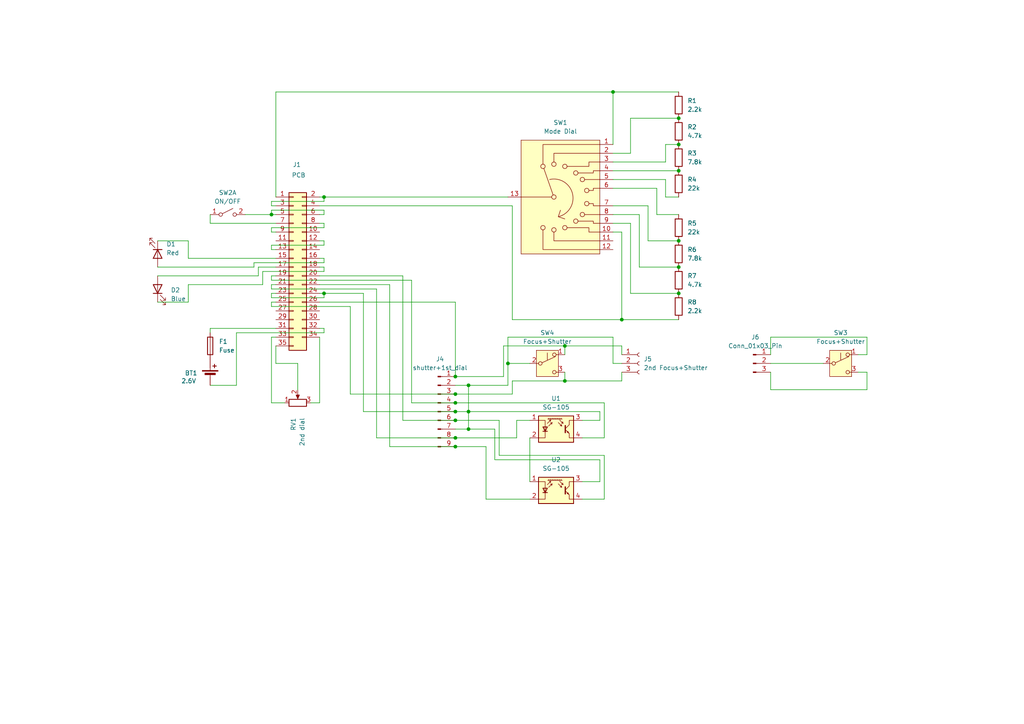
<source format=kicad_sch>
(kicad_sch (version 20250114) (generator "eeschema") (generator_version "9.0")
  (paper "A4")
  (lib_symbols
    (symbol "Connector:Conn_01x03_Pin" (pin_names (offset 1.016) (hide yes))
      (property "Reference" "J" (at 0 5.08 0))
      (property "Value" "Conn_01x03_Pin" (at 0 -5.08 0))
      (symbol "Conn_01x03_Pin_1_1"
        (rectangle (start 0.8636 2.667) (end 0 2.413) (stroke (width 0.1524)) (fill (type outline)))
        (rectangle (start 0.8636 0.127) (end 0 -0.127) (stroke (width 0.1524)) (fill (type outline)))
        (rectangle (start 0.8636 -2.413) (end 0 -2.667) (stroke (width 0.1524)) (fill (type outline)))
        (polyline (pts (xy 1.27 2.54) (xy 0.8636 2.54)) (stroke (width 0.1524)))
        (polyline (pts (xy 1.27 0) (xy 0.8636 0)) (stroke (width 0.1524)))
        (polyline (pts (xy 1.27 -2.54) (xy 0.8636 -2.54)) (stroke (width 0.1524)))
        (pin passive line (at 5.08 2.54 180) (length 3.81) (name "Pin_1") (number "1"))
        (pin passive line (at 5.08 0 180) (length 3.81) (name "Pin_2") (number "2"))
        (pin passive line (at 5.08 -2.54 180) (length 3.81) (name "Pin_3") (number "3"))
      )
    )
    (symbol "Connector:Conn_01x03_Socket" (pin_names (offset 1.016) (hide yes))
      (property "Reference" "J" (at 0 5.08 0))
      (property "Value" "Conn_01x03_Socket" (at 0 -5.08 0))
      (symbol "Conn_01x03_Socket_1_1"
        (polyline (pts (xy -1.27 2.54) (xy -0.508 2.54)) (stroke (width 0.1524)))
        (polyline (pts (xy -1.27 0) (xy -0.508 0)) (stroke (width 0.1524)))
        (polyline (pts (xy -1.27 -2.54) (xy -0.508 -2.54)) (stroke (width 0.1524)))
        (arc (start 0 2.032) (mid -0.5058 2.54) (end 0 3.048) (stroke (width 0.1524)))
        (arc (start 0 -0.508) (mid -0.5058 0) (end 0 0.508) (stroke (width 0.1524)))
        (arc (start 0 -3.048) (mid -0.5058 -2.54) (end 0 -2.032) (stroke (width 0.1524)))
        (pin passive line (at -5.08 2.54 0) (length 3.81) (name "Pin_1") (number "1"))
        (pin passive line (at -5.08 0 0) (length 3.81) (name "Pin_2") (number "2"))
        (pin passive line (at -5.08 -2.54 0) (length 3.81) (name "Pin_3") (number "3"))
      )
    )
    (symbol "Connector:Conn_01x09_Pin" (pin_names (offset 1.016) (hide yes))
      (property "Reference" "J" (at 0 12.7 0))
      (property "Value" "Conn_01x09_Pin" (at 0 -12.7 0))
      (symbol "Conn_01x09_Pin_1_1"
        (rectangle (start 0.8636 10.287) (end 0 10.033) (stroke (width 0.1524)) (fill (type outline)))
        (rectangle (start 0.8636 7.747) (end 0 7.493) (stroke (width 0.1524)) (fill (type outline)))
        (rectangle (start 0.8636 5.207) (end 0 4.953) (stroke (width 0.1524)) (fill (type outline)))
        (rectangle (start 0.8636 2.667) (end 0 2.413) (stroke (width 0.1524)) (fill (type outline)))
        (rectangle (start 0.8636 0.127) (end 0 -0.127) (stroke (width 0.1524)) (fill (type outline)))
        (rectangle (start 0.8636 -2.413) (end 0 -2.667) (stroke (width 0.1524)) (fill (type outline)))
        (rectangle (start 0.8636 -4.953) (end 0 -5.207) (stroke (width 0.1524)) (fill (type outline)))
        (rectangle (start 0.8636 -7.493) (end 0 -7.747) (stroke (width 0.1524)) (fill (type outline)))
        (rectangle (start 0.8636 -10.033) (end 0 -10.287) (stroke (width 0.1524)) (fill (type outline)))
        (polyline (pts (xy 1.27 10.16) (xy 0.8636 10.16)) (stroke (width 0.1524)))
        (polyline (pts (xy 1.27 7.62) (xy 0.8636 7.62)) (stroke (width 0.1524)))
        (polyline (pts (xy 1.27 5.08) (xy 0.8636 5.08)) (stroke (width 0.1524)))
        (polyline (pts (xy 1.27 2.54) (xy 0.8636 2.54)) (stroke (width 0.1524)))
        (polyline (pts (xy 1.27 0) (xy 0.8636 0)) (stroke (width 0.1524)))
        (polyline (pts (xy 1.27 -2.54) (xy 0.8636 -2.54)) (stroke (width 0.1524)))
        (polyline (pts (xy 1.27 -5.08) (xy 0.8636 -5.08)) (stroke (width 0.1524)))
        (polyline (pts (xy 1.27 -7.62) (xy 0.8636 -7.62)) (stroke (width 0.1524)))
        (polyline (pts (xy 1.27 -10.16) (xy 0.8636 -10.16)) (stroke (width 0.1524)))
        (pin passive line (at 5.08 10.16 180) (length 3.81) (name "Pin_1") (number "1"))
        (pin passive line (at 5.08 7.62 180) (length 3.81) (name "Pin_2") (number "2"))
        (pin passive line (at 5.08 5.08 180) (length 3.81) (name "Pin_3") (number "3"))
        (pin passive line (at 5.08 2.54 180) (length 3.81) (name "Pin_4") (number "4"))
        (pin passive line (at 5.08 0 180) (length 3.81) (name "Pin_5") (number "5"))
        (pin passive line (at 5.08 -2.54 180) (length 3.81) (name "Pin_6") (number "6"))
        (pin passive line (at 5.08 -5.08 180) (length 3.81) (name "Pin_7") (number "7"))
        (pin passive line (at 5.08 -7.62 180) (length 3.81) (name "Pin_8") (number "8"))
        (pin passive line (at 5.08 -10.16 180) (length 3.81) (name "Pin_9") (number "9"))
      )
    )
    (symbol "Connector_Generic:Conn_2Rows-35Pins" (pin_names (offset 1.016) (hide yes))
      (property "Reference" "J" (at 1.27 22.86 0))
      (property "Value" "Conn_2Rows-35Pins" (at 1.27 -25.4 0))
      (symbol "Conn_2Rows-35Pins_1_1"
        (rectangle (start -1.27 21.59) (end 3.81 -24.13) (stroke (width 0.254)) (fill (type background)))
        (rectangle (start -1.27 20.447) (end 0 20.193) (stroke (width 0.1524)))
        (rectangle (start -1.27 17.907) (end 0 17.653) (stroke (width 0.1524)))
        (rectangle (start -1.27 15.367) (end 0 15.113) (stroke (width 0.1524)))
        (rectangle (start -1.27 12.827) (end 0 12.573) (stroke (width 0.1524)))
        (rectangle (start -1.27 10.287) (end 0 10.033) (stroke (width 0.1524)))
        (rectangle (start -1.27 7.747) (end 0 7.493) (stroke (width 0.1524)))
        (rectangle (start -1.27 5.207) (end 0 4.953) (stroke (width 0.1524)))
        (rectangle (start -1.27 2.667) (end 0 2.413) (stroke (width 0.1524)))
        (rectangle (start -1.27 0.127) (end 0 -0.127) (stroke (width 0.1524)))
        (rectangle (start -1.27 -2.413) (end 0 -2.667) (stroke (width 0.1524)))
        (rectangle (start -1.27 -4.953) (end 0 -5.207) (stroke (width 0.1524)))
        (rectangle (start -1.27 -7.493) (end 0 -7.747) (stroke (width 0.1524)))
        (rectangle (start -1.27 -10.033) (end 0 -10.287) (stroke (width 0.1524)))
        (rectangle (start -1.27 -12.573) (end 0 -12.827) (stroke (width 0.1524)))
        (rectangle (start -1.27 -15.113) (end 0 -15.367) (stroke (width 0.1524)))
        (rectangle (start -1.27 -17.653) (end 0 -17.907) (stroke (width 0.1524)))
        (rectangle (start -1.27 -20.193) (end 0 -20.447) (stroke (width 0.1524)))
        (rectangle (start -1.27 -22.733) (end 0 -22.987) (stroke (width 0.1524)))
        (rectangle (start 3.81 20.447) (end 2.54 20.193) (stroke (width 0.1524)))
        (rectangle (start 3.81 17.907) (end 2.54 17.653) (stroke (width 0.1524)))
        (rectangle (start 3.81 15.367) (end 2.54 15.113) (stroke (width 0.1524)))
        (rectangle (start 3.81 12.827) (end 2.54 12.573) (stroke (width 0.1524)))
        (rectangle (start 3.81 10.287) (end 2.54 10.033) (stroke (width 0.1524)))
        (rectangle (start 3.81 7.747) (end 2.54 7.493) (stroke (width 0.1524)))
        (rectangle (start 3.81 5.207) (end 2.54 4.953) (stroke (width 0.1524)))
        (rectangle (start 3.81 2.667) (end 2.54 2.413) (stroke (width 0.1524)))
        (rectangle (start 3.81 0.127) (end 2.54 -0.127) (stroke (width 0.1524)))
        (rectangle (start 3.81 -2.413) (end 2.54 -2.667) (stroke (width 0.1524)))
        (rectangle (start 3.81 -4.953) (end 2.54 -5.207) (stroke (width 0.1524)))
        (rectangle (start 3.81 -7.493) (end 2.54 -7.747) (stroke (width 0.1524)))
        (rectangle (start 3.81 -10.033) (end 2.54 -10.287) (stroke (width 0.1524)))
        (rectangle (start 3.81 -12.573) (end 2.54 -12.827) (stroke (width 0.1524)))
        (rectangle (start 3.81 -15.113) (end 2.54 -15.367) (stroke (width 0.1524)))
        (rectangle (start 3.81 -17.653) (end 2.54 -17.907) (stroke (width 0.1524)))
        (rectangle (start 3.81 -20.193) (end 2.54 -20.447) (stroke (width 0.1524)))
        (pin passive line (at -5.08 20.32 0) (length 3.81) (name "Pin_1") (number "1"))
        (pin passive line (at -5.08 17.78 0) (length 3.81) (name "Pin_3") (number "3"))
        (pin passive line (at -5.08 15.24 0) (length 3.81) (name "Pin_5") (number "5"))
        (pin passive line (at -5.08 12.7 0) (length 3.81) (name "Pin_7") (number "7"))
        (pin passive line (at -5.08 10.16 0) (length 3.81) (name "Pin_9") (number "9"))
        (pin passive line (at -5.08 7.62 0) (length 3.81) (name "Pin_11") (number "11"))
        (pin passive line (at -5.08 5.08 0) (length 3.81) (name "Pin_13") (number "13"))
        (pin passive line (at -5.08 2.54 0) (length 3.81) (name "Pin_15") (number "15"))
        (pin passive line (at -5.08 0 0) (length 3.81) (name "Pin_17") (number "17"))
        (pin passive line (at -5.08 -2.54 0) (length 3.81) (name "Pin_19") (number "19"))
        (pin passive line (at -5.08 -5.08 0) (length 3.81) (name "Pin_21") (number "21"))
        (pin passive line (at -5.08 -7.62 0) (length 3.81) (name "Pin_23") (number "23"))
        (pin passive line (at -5.08 -10.16 0) (length 3.81) (name "Pin_25") (number "25"))
        (pin passive line (at -5.08 -12.7 0) (length 3.81) (name "Pin_27") (number "27"))
        (pin passive line (at -5.08 -15.24 0) (length 3.81) (name "Pin_29") (number "29"))
        (pin passive line (at -5.08 -17.78 0) (length 3.81) (name "Pin_31") (number "31"))
        (pin passive line (at -5.08 -20.32 0) (length 3.81) (name "Pin_33") (number "33"))
        (pin passive line (at -5.08 -22.86 0) (length 3.81) (name "Pin_35") (number "35"))
        (pin passive line (at 7.62 20.32 180) (length 3.81) (name "Pin_2") (number "2"))
        (pin passive line (at 7.62 17.78 180) (length 3.81) (name "Pin_4") (number "4"))
        (pin passive line (at 7.62 15.24 180) (length 3.81) (name "Pin_6") (number "6"))
        (pin passive line (at 7.62 12.7 180) (length 3.81) (name "Pin_8") (number "8"))
        (pin passive line (at 7.62 10.16 180) (length 3.81) (name "Pin_10") (number "10"))
        (pin passive line (at 7.62 7.62 180) (length 3.81) (name "Pin_12") (number "12"))
        (pin passive line (at 7.62 5.08 180) (length 3.81) (name "Pin_14") (number "14"))
        (pin passive line (at 7.62 2.54 180) (length 3.81) (name "Pin_16") (number "16"))
        (pin passive line (at 7.62 0 180) (length 3.81) (name "Pin_18") (number "18"))
        (pin passive line (at 7.62 -2.54 180) (length 3.81) (name "Pin_20") (number "20"))
        (pin passive line (at 7.62 -5.08 180) (length 3.81) (name "Pin_22") (number "22"))
        (pin passive line (at 7.62 -7.62 180) (length 3.81) (name "Pin_24") (number "24"))
        (pin passive line (at 7.62 -10.16 180) (length 3.81) (name "Pin_26") (number "26"))
        (pin passive line (at 7.62 -12.7 180) (length 3.81) (name "Pin_28") (number "28"))
        (pin passive line (at 7.62 -15.24 180) (length 3.81) (name "Pin_30") (number "30"))
        (pin passive line (at 7.62 -17.78 180) (length 3.81) (name "Pin_32") (number "32"))
        (pin passive line (at 7.62 -20.32 180) (length 3.81) (name "Pin_34") (number "34"))
      )
    )
    (symbol "Device:Battery_Cell" (pin_numbers (hide yes)) (pin_names (offset 0) (hide yes))
      (property "Reference" "BT" (at 2.54 2.54 0))
      (property "Value" "Battery_Cell" (at 2.54 0 0))
      (symbol "Battery_Cell_0_1"
        (rectangle (start -2.286 1.778) (end 2.286 1.524) (fill (type outline)))
        (rectangle (start -1.524 1.016) (end 1.524 0.508) (fill (type outline)))
        (polyline (pts (xy 0 1.778) (xy 0 2.54)))
        (polyline (pts (xy 0 0.762) (xy 0 0)))
        (polyline (pts (xy 0.762 3.048) (xy 1.778 3.048)) (stroke (width 0.254)))
        (polyline (pts (xy 1.27 3.556) (xy 1.27 2.54)) (stroke (width 0.254)))
      )
      (symbol "Battery_Cell_1_1"
        (pin passive line (at 0 5.08 270) (length 2.54) (name "+") (number "1"))
        (pin passive line (at 0 -2.54 90) (length 2.54) (name "-") (number "2"))
      )
    )
    (symbol "Device:Fuse" (pin_numbers (hide yes)) (pin_names (offset 0))
      (property "Reference" "F" (at 2.032 0 90))
      (property "Value" "Fuse" (at -1.905 0 90))
      (symbol "Fuse_0_1"
        (rectangle (start -0.762 -2.54) (end 0.762 2.54) (stroke (width 0.254)))
        (polyline (pts (xy 0 2.54) (xy 0 -2.54)))
      )
      (symbol "Fuse_1_1"
        (pin passive line (at 0 3.81 270) (length 1.27) (name "~") (number "1"))
        (pin passive line (at 0 -3.81 90) (length 1.27) (name "~") (number "2"))
      )
    )
    (symbol "Device:LED" (pin_numbers (hide yes)) (pin_names (offset 1.016) (hide yes))
      (property "Reference" "D" (at 0 2.54 0))
      (property "Value" "LED" (at 0 -2.54 0))
      (symbol "LED_0_1"
        (polyline (pts (xy -3.048 -0.762) (xy -4.572 -2.286) (xy -3.81 -2.286) (xy -4.572 -2.286) (xy -4.572 -1.524)))
        (polyline (pts (xy -1.778 -0.762) (xy -3.302 -2.286) (xy -2.54 -2.286) (xy -3.302 -2.286) (xy -3.302 -1.524)))
        (polyline (pts (xy -1.27 0) (xy 1.27 0)))
        (polyline (pts (xy -1.27 -1.27) (xy -1.27 1.27)) (stroke (width 0.254)))
        (polyline (pts (xy 1.27 -1.27) (xy 1.27 1.27) (xy -1.27 0) (xy 1.27 -1.27)) (stroke (width 0.254)))
      )
      (symbol "LED_1_1"
        (pin passive line (at -3.81 0 0) (length 2.54) (name "K") (number "1"))
        (pin passive line (at 3.81 0 180) (length 2.54) (name "A") (number "2"))
      )
    )
    (symbol "Device:R" (pin_numbers (hide yes)) (pin_names (offset 0))
      (property "Reference" "R" (at 2.032 0 90))
      (property "Value" "R" (at 0 0 90))
      (symbol "R_0_1"
        (rectangle (start -1.016 -2.54) (end 1.016 2.54) (stroke (width 0.254)))
      )
      (symbol "R_1_1"
        (pin passive line (at 0 3.81 270) (length 1.27) (name "~") (number "1"))
        (pin passive line (at 0 -3.81 90) (length 1.27) (name "~") (number "2"))
      )
    )
    (symbol "Device:R_Potentiometer" (pin_names (offset 1.016) (hide yes))
      (property "Reference" "RV" (at -4.445 0 90))
      (property "Value" "R_Potentiometer" (at -2.54 0 90))
      (symbol "R_Potentiometer_0_1"
        (rectangle (start 1.016 2.54) (end -1.016 -2.54) (stroke (width 0.254)))
        (polyline (pts (xy 1.143 0) (xy 2.286 0.508) (xy 2.286 -0.508) (xy 1.143 0)) (fill (type outline)))
        (polyline (pts (xy 2.54 0) (xy 1.524 0)))
      )
      (symbol "R_Potentiometer_1_1"
        (pin passive line (at 0 3.81 270) (length 1.27) (name "1") (number "1"))
        (pin passive line (at 0 -3.81 90) (length 1.27) (name "3") (number "3"))
        (pin passive line (at 3.81 0 180) (length 1.27) (name "2") (number "2"))
      )
    )
    (symbol "Sensor_Proximity:SG-105" (pin_names (offset 1.016) (hide yes))
      (property "Reference" "U" (at -3.81 5.08 0))
      (property "Value" "SG-105" (at 8.89 5.08 0))
      (symbol "SG-105_0_1"
        (polyline (pts (xy -5.08 -2.54) (xy -3.175 -2.54) (xy -3.175 2.54) (xy -5.08 2.54)))
        (polyline (pts (xy -5.08 -3.81) (xy 5.08 -3.81) (xy 5.08 3.81) (xy -5.08 3.81) (xy -5.08 -3.81)) (stroke (width 0.254)) (fill (type background)))
        (polyline (pts (xy -3.81 -0.635) (xy -2.54 -0.635)) (stroke (width 0.254)))
        (polyline (pts (xy -3.175 -0.635) (xy -3.81 0.635) (xy -2.54 0.635) (xy -3.175 -0.635)) (stroke (width 0.254)))
        (polyline (pts (xy -2.54 1.651) (xy -1.524 2.667) (xy -2.032 2.54)))
        (polyline (pts (xy -2.286 2.921) (xy -2.032 3.175)))
        (polyline (pts (xy -2.159 0.889) (xy -1.143 1.905) (xy -1.651 1.778)))
        (polyline (pts (xy -1.778 2.921) (xy -1.524 3.175)))
        (polyline (pts (xy -1.524 2.667) (xy -1.651 2.159)))
        (polyline (pts (xy -1.27 2.921) (xy -1.016 3.175)))
        (polyline (pts (xy -1.143 1.905) (xy -1.27 1.397)))
        (polyline (pts (xy -0.762 2.921) (xy -0.508 3.175)))
        (polyline (pts (xy -0.254 2.921) (xy 0 3.175)))
        (polyline (pts (xy 0.254 2.921) (xy 0.508 3.175)))
        (polyline (pts (xy 0.635 1.905) (xy 1.651 0.889) (xy 1.524 1.397)))
        (polyline (pts (xy 0.762 2.921) (xy 1.016 3.175)))
        (polyline (pts (xy 1.016 2.667) (xy 2.032 1.651) (xy 1.905 2.159)))
        (polyline (pts (xy 1.27 2.921) (xy 1.524 3.175)))
        (polyline (pts (xy 1.651 0.889) (xy 1.143 1.016)))
        (polyline (pts (xy 1.778 2.921) (xy -2.413 2.921)))
        (polyline (pts (xy 2.032 1.651) (xy 1.524 1.778)))
        (polyline (pts (xy 2.667 1.016) (xy 2.667 -1.016) (xy 2.667 -1.016)) (stroke (width 0.3556)))
        (polyline (pts (xy 2.667 0.127) (xy 3.81 1.27)))
        (polyline (pts (xy 2.667 -0.127) (xy 3.81 -1.27)))
        (polyline (pts (xy 3.683 -1.143) (xy 3.429 -0.635) (xy 3.175 -0.889) (xy 3.683 -1.143)))
        (polyline (pts (xy 3.81 1.27) (xy 3.81 2.54) (xy 5.08 2.54)))
        (polyline (pts (xy 3.81 -1.27) (xy 3.81 -2.54) (xy 5.08 -2.54)))
      )
      (symbol "SG-105_1_1"
        (pin passive line (at -7.62 2.54 0) (length 2.54) (name "A") (number "1"))
        (pin passive line (at -7.62 -2.54 0) (length 2.54) (name "K") (number "2"))
        (pin open_collector line (at 7.62 2.54 180) (length 2.54) (name "C") (number "3"))
        (pin open_emitter line (at 7.62 -2.54 180) (length 2.54) (name "E") (number "4"))
      )
    )
    (symbol "Switch:SW_DPST_x2" (pin_names (offset 0) (hide yes))
      (property "Reference" "SW" (at 0 3.175 0))
      (property "Value" "SW_DPST_x2" (at 0 -2.54 0))
      (symbol "SW_DPST_x2_0_0"
        (circle (center -2.032 0) (radius 0.508))
        (polyline (pts (xy -1.524 0.254) (xy 1.524 1.778)))
        (circle (center 2.032 0) (radius 0.508))
      )
      (symbol "SW_DPST_x2_1_1"
        (pin passive line (at -5.08 0 0) (length 2.54) (name "A") (number "1"))
        (pin passive line (at 5.08 0 180) (length 2.54) (name "B") (number "2"))
      )
      (symbol "SW_DPST_x2_2_1"
        (pin passive line (at -5.08 0 0) (length 2.54) (name "A") (number "3"))
        (pin passive line (at 5.08 0 180) (length 2.54) (name "B") (number "4"))
      )
    )
    (symbol "Switch:SW_Push_SPDT" (pin_names (offset 0) (hide yes))
      (property "Reference" "SW" (at 0 5.08 0))
      (property "Value" "SW_Push_SPDT" (at 0 -5.08 0))
      (symbol "SW_Push_SPDT_0_0"
        (circle (center -2.032 0) (radius 0.508))
        (polyline (pts (xy 0 1.016) (xy 0 3.048)))
        (circle (center 2.032 -2.54) (radius 0.508))
      )
      (symbol "SW_Push_SPDT_0_1"
        (polyline (pts (xy -1.524 0.2032) (xy 2.3368 1.9812)))
        (circle (center 2.032 2.54) (radius 0.508))
      )
      (symbol "SW_Push_SPDT_1_1"
        (rectangle (start -3.175 3.81) (end 3.175 -3.81) (fill (type background)))
        (pin passive line (at -5.08 0 0) (length 2.54) (name "B") (number "2"))
        (pin passive line (at 5.08 2.54 180) (length 2.54) (name "A") (number "1"))
        (pin passive line (at 5.08 -2.54 180) (length 2.54) (name "C") (number "3"))
      )
    )
    (symbol "Switch:SW_Rotary_1x12" (pin_names (offset 1.016) (hide yes))
      (property "Reference" "SW" (at 0 17.78 0))
      (property "Value" "SW_Rotary_1x12" (at 0 -17.78 0))
      (symbol "SW_Rotary_1x12_0_0"
        (polyline (pts (xy -5.08 9.525) (xy -5.08 15.24) (xy 11.43 15.24)))
        (circle (center -5.08 8.89) (radius 0.635))
        (circle (center -5.08 -8.89) (radius 0.635))
        (polyline (pts (xy -5.08 -9.525) (xy -5.08 -15.24) (xy 11.43 -15.24)))
        (polyline (pts (xy -2.1336 0.6096) (xy -4.826 8.2804)))
        (arc (start -3.175 5.08) (mid 3.4777 0.949) (end -0.635 -5.715))
        (polyline (pts (xy -1.905 10.16) (xy -1.905 12.7) (xy 11.43 12.7)))
        (circle (center -1.905 9.525) (radius 0.635))
        (circle (center -1.905 0) (radius 0.635))
        (circle (center -1.905 -9.525) (radius 0.635))
        (polyline (pts (xy -1.905 -10.16) (xy -1.905 -12.7) (xy 11.43 -12.7)))
        (polyline (pts (xy -0.635 -5.715) (xy 0 -3.81)))
        (polyline (pts (xy -0.635 -5.715) (xy 1.27 -6.35)))
        (circle (center 1.27 8.89) (radius 0.635))
        (circle (center 1.27 -8.89) (radius 0.635))
        (polyline (pts (xy 1.905 8.89) (xy 8.255 8.89) (xy 8.255 10.16) (xy 11.43 10.16)))
        (polyline (pts (xy 1.905 -8.89) (xy 8.255 -8.89) (xy 8.255 -10.16) (xy 11.43 -10.16)))
        (circle (center 4.445 6.985) (radius 0.635))
        (circle (center 4.445 -6.985) (radius 0.635))
        (polyline (pts (xy 5.08 6.985) (xy 9.525 6.985) (xy 9.525 7.62) (xy 11.43 7.62)))
        (polyline (pts (xy 5.08 -6.985) (xy 9.525 -6.985) (xy 9.525 -7.62) (xy 11.43 -7.62)))
        (circle (center 6.35 5.08) (radius 0.635))
        (circle (center 6.35 -5.08) (radius 0.635))
        (polyline (pts (xy 6.985 5.08) (xy 11.43 5.08)))
        (polyline (pts (xy 6.985 -5.08) (xy 11.43 -5.08)))
        (circle (center 7.62 1.905) (radius 0.635))
        (circle (center 7.62 -1.905) (radius 0.635))
        (polyline (pts (xy 8.255 1.905) (xy 9.525 1.905) (xy 9.525 2.54) (xy 11.43 2.54)))
        (polyline (pts (xy 8.255 -1.905) (xy 9.525 -1.905) (xy 9.525 -2.54) (xy 11.43 -2.54)))
      )
      (symbol "SW_Rotary_1x12_1_1"
        (rectangle (start -11.43 16.51) (end 11.43 -16.51) (fill (type background)))
        (polyline (pts (xy -11.43 0) (xy -2.54 0)))
        (pin passive line (at -15.24 0 0) (length 3.81) (name "13") (number "13"))
        (pin passive line (at 15.24 15.24 180) (length 3.81) (name "1") (number "1"))
        (pin passive line (at 15.24 12.7 180) (length 3.81) (name "2") (number "2"))
        (pin passive line (at 15.24 10.16 180) (length 3.81) (name "3") (number "3"))
        (pin passive line (at 15.24 7.62 180) (length 3.81) (name "4") (number "4"))
        (pin passive line (at 15.24 5.08 180) (length 3.81) (name "5") (number "5"))
        (pin passive line (at 15.24 2.54 180) (length 3.81) (name "6") (number "6"))
        (pin passive line (at 15.24 -2.54 180) (length 3.81) (name "7") (number "7"))
        (pin passive line (at 15.24 -5.08 180) (length 3.81) (name "8") (number "8"))
        (pin passive line (at 15.24 -7.62 180) (length 3.81) (name "9") (number "9"))
        (pin passive line (at 15.24 -10.16 180) (length 3.81) (name "10") (number "10"))
        (pin passive line (at 15.24 -12.7 180) (length 3.81) (name "11") (number "11"))
        (pin passive line (at 15.24 -15.24 180) (length 3.81) (name "12") (number "12"))
      )
    )
  )
  (junction (at 132.08 109.22))
  (junction (at 196.85 85.09))
  (junction (at 196.85 41.91))
  (junction (at 132.08 119.38))
  (junction (at 196.85 69.85))
  (junction (at 132.08 116.84))
  (junction (at 78.74 62.23))
  (junction (at 93.98 57.15))
  (junction (at 132.08 129.54))
  (junction (at 177.8 26.67))
  (junction (at 147.32 105.41))
  (junction (at 196.85 77.47))
  (junction (at 132.08 127))
  (junction (at 93.98 85.09))
  (junction (at 196.85 34.29))
  (junction (at 163.83 110.49))
  (junction (at 132.08 121.92))
  (junction (at 180.34 92.71))
  (junction (at 163.83 100.33))
  (junction (at 135.89 124.46))
  (junction (at 135.89 119.38))
  (junction (at 132.08 114.3))
  (junction (at 196.85 49.53))
  (junction (at 135.89 111.76))
  (wire (pts (xy 173.99 119.38) (xy 173.99 121.92)))
  (wire (pts (xy 132.08 114.3) (xy 148.59 114.3)))
  (wire (pts (xy 93.98 77.47) (xy 93.98 78.74)))
  (wire (pts (xy 135.89 111.76) (xy 147.32 111.76)))
  (wire (pts (xy 93.98 78.74) (xy 76.2 78.74)))
  (wire (pts (xy 93.98 64.77) (xy 92.71 64.77)))
  (wire (pts (xy 78.74 72.39) (xy 80.01 72.39)))
  (wire (pts (xy 132.08 124.46) (xy 135.89 124.46)))
  (wire (pts (xy 187.96 69.85) (xy 187.96 59.69)))
  (wire (pts (xy 140.97 129.54) (xy 140.97 144.78)))
  (wire (pts (xy 93.98 95.25) (xy 92.71 95.25)))
  (wire (pts (xy 163.83 107.95) (xy 163.83 110.49)))
  (wire (pts (xy 93.98 86.36) (xy 93.98 85.09)))
  (wire (pts (xy 93.98 69.85) (xy 92.71 69.85)))
  (wire (pts (xy 163.83 100.33) (xy 163.83 102.87)))
  (wire (pts (xy 78.74 85.09) (xy 80.01 85.09)))
  (wire (pts (xy 86.36 105.41) (xy 80.01 105.41)))
  (wire (pts (xy 78.74 71.12) (xy 93.98 71.12)))
  (wire (pts (xy 76.2 78.74) (xy 76.2 82.55)))
  (wire (pts (xy 101.6 114.3) (xy 132.08 114.3)))
  (wire (pts (xy 143.51 133.35) (xy 173.99 133.35)))
  (wire (pts (xy 105.41 85.09) (xy 105.41 119.38)))
  (wire (pts (xy 78.74 72.39) (xy 78.74 71.12)))
  (wire (pts (xy 193.04 46.99) (xy 193.04 41.91)))
  (wire (pts (xy 78.74 87.63) (xy 78.74 88.9)))
  (wire (pts (xy 93.98 71.12) (xy 93.98 69.85)))
  (wire (pts (xy 251.46 107.95) (xy 248.92 107.95)))
  (wire (pts (xy 78.74 80.01) (xy 78.74 81.28)))
  (wire (pts (xy 177.8 26.67) (xy 177.8 41.91)))
  (wire (pts (xy 119.38 116.84) (xy 132.08 116.84)))
  (wire (pts (xy 175.26 144.78) (xy 168.91 144.78)))
  (wire (pts (xy 135.89 119.38) (xy 135.89 124.46)))
  (wire (pts (xy 93.98 74.93) (xy 92.71 74.93)))
  (wire (pts (xy 45.72 80.01) (xy 74.93 80.01)))
  (wire (pts (xy 92.71 82.55) (xy 113.03 82.55)))
  (wire (pts (xy 93.98 76.2) (xy 93.98 74.93)))
  (wire (pts (xy 73.66 76.2) (xy 93.98 76.2)))
  (wire (pts (xy 132.08 87.63) (xy 132.08 109.22)))
  (wire (pts (xy 223.52 113.03) (xy 251.46 113.03)))
  (wire (pts (xy 132.08 116.84) (xy 175.26 116.84)))
  (wire (pts (xy 143.51 124.46) (xy 143.51 133.35)))
  (wire (pts (xy 135.89 111.76) (xy 135.89 119.38)))
  (wire (pts (xy 180.34 67.31) (xy 180.34 92.71)))
  (wire (pts (xy 54.61 82.55) (xy 76.2 82.55)))
  (wire (pts (xy 93.98 57.15) (xy 93.98 58.42)))
  (wire (pts (xy 113.03 82.55) (xy 113.03 129.54)))
  (wire (pts (xy 146.05 109.22) (xy 146.05 100.33)))
  (wire (pts (xy 80.01 26.67) (xy 177.8 26.67)))
  (wire (pts (xy 223.52 105.41) (xy 238.76 105.41)))
  (wire (pts (xy 78.74 88.9) (xy 101.6 88.9)))
  (wire (pts (xy 86.36 113.03) (xy 86.36 105.41)))
  (wire (pts (xy 180.34 92.71) (xy 148.59 92.71)))
  (wire (pts (xy 80.01 87.63) (xy 78.74 87.63)))
  (wire (pts (xy 173.99 139.7) (xy 168.91 139.7)))
  (wire (pts (xy 74.93 80.01) (xy 74.93 77.47)))
  (wire (pts (xy 80.01 64.77) (xy 60.96 64.77)))
  (wire (pts (xy 190.5 62.23) (xy 196.85 62.23)))
  (wire (pts (xy 177.8 26.67) (xy 196.85 26.67)))
  (wire (pts (xy 78.74 59.69) (xy 80.01 59.69)))
  (wire (pts (xy 78.74 82.55) (xy 80.01 82.55)))
  (wire (pts (xy 185.42 62.23) (xy 177.8 62.23)))
  (wire (pts (xy 182.88 64.77) (xy 177.8 64.77)))
  (wire (pts (xy 177.8 54.61) (xy 190.5 54.61)))
  (wire (pts (xy 92.71 85.09) (xy 93.98 85.09)))
  (wire (pts (xy 173.99 133.35) (xy 173.99 139.7)))
  (wire (pts (xy 68.58 111.76) (xy 68.58 96.52)))
  (wire (pts (xy 105.41 119.38) (xy 132.08 119.38)))
  (wire (pts (xy 153.67 127) (xy 153.67 139.7)))
  (wire (pts (xy 148.59 92.71) (xy 148.59 59.69)))
  (wire (pts (xy 251.46 113.03) (xy 251.46 107.95)))
  (wire (pts (xy 177.8 105.41) (xy 180.34 105.41)))
  (wire (pts (xy 71.12 62.23) (xy 78.74 62.23)))
  (wire (pts (xy 140.97 144.78) (xy 153.67 144.78)))
  (wire (pts (xy 182.88 85.09) (xy 196.85 85.09)))
  (wire (pts (xy 116.84 121.92) (xy 132.08 121.92)))
  (wire (pts (xy 251.46 102.87) (xy 251.46 97.79)))
  (wire (pts (xy 190.5 62.23) (xy 190.5 54.61)))
  (wire (pts (xy 68.58 96.52) (xy 93.98 96.52)))
  (wire (pts (xy 78.74 86.36) (xy 78.74 85.09)))
  (wire (pts (xy 223.52 97.79) (xy 223.52 102.87)))
  (wire (pts (xy 135.89 119.38) (xy 173.99 119.38)))
  (wire (pts (xy 163.83 110.49) (xy 180.34 110.49)))
  (wire (pts (xy 135.89 124.46) (xy 143.51 124.46)))
  (wire (pts (xy 177.8 97.79) (xy 177.8 105.41)))
  (wire (pts (xy 92.71 116.84) (xy 92.71 97.79)))
  (wire (pts (xy 93.98 62.23) (xy 92.71 62.23)))
  (wire (pts (xy 177.8 49.53) (xy 196.85 49.53)))
  (wire (pts (xy 182.88 44.45) (xy 182.88 34.29)))
  (wire (pts (xy 193.04 52.07) (xy 177.8 52.07)))
  (wire (pts (xy 146.05 100.33) (xy 163.83 100.33)))
  (wire (pts (xy 78.74 81.28) (xy 119.38 81.28)))
  (wire (pts (xy 185.42 77.47) (xy 196.85 77.47)))
  (wire (pts (xy 177.8 97.79) (xy 147.32 97.79)))
  (wire (pts (xy 177.8 46.99) (xy 193.04 46.99)))
  (wire (pts (xy 93.98 85.09) (xy 105.41 85.09)))
  (wire (pts (xy 60.96 111.76) (xy 68.58 111.76)))
  (wire (pts (xy 132.08 111.76) (xy 135.89 111.76)))
  (wire (pts (xy 116.84 80.01) (xy 116.84 121.92)))
  (wire (pts (xy 113.03 129.54) (xy 132.08 129.54)))
  (wire (pts (xy 182.88 64.77) (xy 182.88 85.09)))
  (wire (pts (xy 175.26 116.84) (xy 175.26 127)))
  (wire (pts (xy 185.42 77.47) (xy 185.42 62.23)))
  (wire (pts (xy 45.72 69.85) (xy 54.61 69.85)))
  (wire (pts (xy 187.96 69.85) (xy 196.85 69.85)))
  (wire (pts (xy 175.26 127) (xy 168.91 127)))
  (wire (pts (xy 78.74 62.23) (xy 80.01 62.23)))
  (wire (pts (xy 93.98 96.52) (xy 93.98 95.25)))
  (wire (pts (xy 80.01 26.67) (xy 80.01 57.15)))
  (wire (pts (xy 193.04 57.15) (xy 193.04 52.07)))
  (wire (pts (xy 92.71 59.69) (xy 148.59 59.69)))
  (wire (pts (xy 251.46 97.79) (xy 223.52 97.79)))
  (wire (pts (xy 148.59 110.49) (xy 163.83 110.49)))
  (wire (pts (xy 78.74 97.79) (xy 78.74 116.84)))
  (wire (pts (xy 109.22 127) (xy 132.08 127)))
  (wire (pts (xy 132.08 119.38) (xy 135.89 119.38)))
  (wire (pts (xy 223.52 107.95) (xy 223.52 113.03)))
  (wire (pts (xy 193.04 41.91) (xy 196.85 41.91)))
  (wire (pts (xy 73.66 77.47) (xy 73.66 76.2)))
  (wire (pts (xy 148.59 114.3) (xy 148.59 110.49)))
  (wire (pts (xy 101.6 88.9) (xy 101.6 114.3)))
  (wire (pts (xy 93.98 77.47) (xy 92.71 77.47)))
  (wire (pts (xy 182.88 34.29) (xy 196.85 34.29)))
  (wire (pts (xy 248.92 102.87) (xy 251.46 102.87)))
  (wire (pts (xy 54.61 87.63) (xy 54.61 82.55)))
  (wire (pts (xy 93.98 60.96) (xy 78.74 60.96)))
  (wire (pts (xy 60.96 95.25) (xy 60.96 96.52)))
  (wire (pts (xy 92.71 87.63) (xy 132.08 87.63)))
  (wire (pts (xy 173.99 121.92) (xy 168.91 121.92)))
  (wire (pts (xy 187.96 59.69) (xy 177.8 59.69)))
  (wire (pts (xy 180.34 102.87) (xy 180.34 100.33)))
  (wire (pts (xy 78.74 83.82) (xy 78.74 82.55)))
  (wire (pts (xy 147.32 111.76) (xy 147.32 105.41)))
  (wire (pts (xy 177.8 67.31) (xy 180.34 67.31)))
  (wire (pts (xy 93.98 57.15) (xy 147.32 57.15)))
  (wire (pts (xy 147.32 97.79) (xy 147.32 105.41)))
  (wire (pts (xy 78.74 66.04) (xy 78.74 67.31)))
  (wire (pts (xy 93.98 62.23) (xy 93.98 60.96)))
  (wire (pts (xy 144.78 121.92) (xy 144.78 132.08)))
  (wire (pts (xy 163.83 100.33) (xy 180.34 100.33)))
  (wire (pts (xy 78.74 116.84) (xy 82.55 116.84)))
  (wire (pts (xy 109.22 83.82) (xy 109.22 127)))
  (wire (pts (xy 60.96 62.23) (xy 60.96 64.77)))
  (wire (pts (xy 93.98 66.04) (xy 78.74 66.04)))
  (wire (pts (xy 147.32 105.41) (xy 153.67 105.41)))
  (wire (pts (xy 180.34 107.95) (xy 180.34 110.49)))
  (wire (pts (xy 74.93 77.47) (xy 80.01 77.47)))
  (wire (pts (xy 119.38 81.28) (xy 119.38 116.84)))
  (wire (pts (xy 45.72 77.47) (xy 73.66 77.47)))
  (wire (pts (xy 196.85 57.15) (xy 193.04 57.15)))
  (wire (pts (xy 80.01 80.01) (xy 78.74 80.01)))
  (wire (pts (xy 60.96 95.25) (xy 80.01 95.25)))
  (wire (pts (xy 132.08 129.54) (xy 140.97 129.54)))
  (wire (pts (xy 177.8 44.45) (xy 182.88 44.45)))
  (wire (pts (xy 78.74 83.82) (xy 109.22 83.82)))
  (wire (pts (xy 54.61 74.93) (xy 80.01 74.93)))
  (wire (pts (xy 93.98 64.77) (xy 93.98 66.04)))
  (wire (pts (xy 78.74 60.96) (xy 78.74 62.23)))
  (wire (pts (xy 175.26 132.08) (xy 175.26 144.78)))
  (wire (pts (xy 132.08 121.92) (xy 144.78 121.92)))
  (wire (pts (xy 149.86 121.92) (xy 153.67 121.92)))
  (wire (pts (xy 144.78 132.08) (xy 175.26 132.08)))
  (wire (pts (xy 132.08 109.22) (xy 146.05 109.22)))
  (wire (pts (xy 92.71 80.01) (xy 116.84 80.01)))
  (wire (pts (xy 54.61 69.85) (xy 54.61 74.93)))
  (wire (pts (xy 78.74 67.31) (xy 80.01 67.31)))
  (wire (pts (xy 78.74 59.69) (xy 78.74 58.42)))
  (wire (pts (xy 80.01 100.33) (xy 80.01 105.41)))
  (wire (pts (xy 78.74 58.42) (xy 93.98 58.42)))
  (wire (pts (xy 45.72 87.63) (xy 54.61 87.63)))
  (wire (pts (xy 132.08 127) (xy 149.86 127)))
  (wire (pts (xy 78.74 86.36) (xy 93.98 86.36)))
  (wire (pts (xy 180.34 92.71) (xy 196.85 92.71)))
  (wire (pts (xy 92.71 57.15) (xy 93.98 57.15)))
  (wire (pts (xy 80.01 97.79) (xy 78.74 97.79)))
  (wire (pts (xy 149.86 127) (xy 149.86 121.92)))
  (wire (pts (xy 92.71 116.84) (xy 90.17 116.84)))
  (symbol (lib_id "Connector_Generic:Conn_2Rows-35Pins") (at 85.09 77.47 0) (unit 1)
    (property "Reference" "J1" (at 86.106 47.752 0))
    (property "Value" "PCB" (at 86.614 50.8 0))
    (property "Footprint" "Leica-G9ii:FPC-2Rows-35Pins-0.5mm" (effects (hide yes)))
    (property "Description" "Generic connector, double row, 35 pins, odd/even pin numbering scheme (row 1 odd numbers, row 2 even numbers), script generated (kicad-library-utils/schlib/autogen/connector/)" (effects (hide yes)))
  )
  (symbol (lib_id "Device:R") (at 196.85 88.9 0) (unit 1)
    (property "Reference" "R8" (at 199.39 87.6299 0) (effects (justify left)))
    (property "Value" "2.2k" (at 199.39 90.1699 0) (effects (justify left)))
    (property "Footprint" "Leica-G9ii:R_2x1mm" (effects (hide yes)))
    (property "Description" "Resistor" (effects (hide yes)))
  )
  (symbol (lib_id "Sensor_Proximity:SG-105") (at 161.29 124.46 0) (unit 1)
    (property "Reference" "U1" (at 161.29 115.57 0))
    (property "Value" "SG-105" (at 161.29 118.11 0))
    (property "Footprint" "Leica-G9ii:Opto_Switch" (effects (hide yes)))
    (property "Datasheet" "http://www.kodenshi.co.jp/products/pdf/sensor/photointerrupter_ref/SG-105.pdf" (effects (hide yes)))
    (property "Description" "Subminiature Reflective Optical Sensor, SMD-package with PCB-cutout" (effects (hide yes)))
  )
  (symbol (lib_id "Device:LED") (at 45.72 83.82 90) (unit 1)
    (property "Reference" "D2" (at 49.53 84.1374 90) (effects (justify right)))
    (property "Value" "Blue" (at 49.53 86.6774 90) (effects (justify right)))
    (property "Footprint" "Leica-G9ii:LED" (effects (hide yes)))
    (property "Description" "Light emitting diode" (effects (hide yes)))
  )
  (symbol (lib_id "Connector:Conn_01x09_Pin") (at 127 119.38 0) (unit 1)
    (property "Reference" "J4" (at 127.635 104.14 0))
    (property "Value" "shutter+1st_dial" (at 127.635 106.68 0))
    (property "Description" "Generic connector, single row, 01x09, script generated" (effects (hide yes)))
  )
  (symbol (lib_id "Device:R") (at 196.85 53.34 0) (unit 1)
    (property "Reference" "R4" (at 199.39 52.0699 0) (effects (justify left)))
    (property "Value" "22k" (at 199.39 54.6099 0) (effects (justify left)))
    (property "Footprint" "Leica-G9ii:R_2x1mm" (effects (hide yes)))
    (property "Description" "Resistor" (effects (hide yes)))
  )
  (symbol (lib_id "Device:LED") (at 45.72 73.66 270) (unit 1)
    (property "Reference" "D1" (at 48.26 70.8024 90) (effects (justify left)))
    (property "Value" "Red" (at 48.26 73.3424 90) (effects (justify left)))
    (property "Footprint" "Leica-G9ii:LED" (effects (hide yes)))
    (property "Description" "Light emitting diode" (effects (hide yes)))
  )
  (symbol (lib_id "Device:R") (at 196.85 73.66 0) (unit 1)
    (property "Reference" "R6" (at 199.39 72.3899 0) (effects (justify left)))
    (property "Value" "7.8k" (at 199.39 74.9299 0) (effects (justify left)))
    (property "Footprint" "Leica-G9ii:R_2x1mm" (effects (hide yes)))
    (property "Description" "Resistor" (effects (hide yes)))
  )
  (symbol (lib_id "Switch:SW_Rotary_1x12") (at 162.56 57.15 0) (unit 1)
    (property "Reference" "SW1" (at 162.56 35.56 0))
    (property "Value" "Mode Dial" (at 162.56 38.1 0))
    (property "Footprint" "Leica-G9ii:Switch_Modes" (effects (hide yes)))
    (property "Datasheet" "http://cdn-reichelt.de/documents/datenblatt/C200/DS-Serie%23LOR.pdf" (effects (hide yes)))
    (property "Description" "rotary switch with 12 positions" (effects (hide yes)))
  )
  (symbol (lib_id "Switch:SW_Push_SPDT") (at 243.84 105.41 0) (unit 1)
    (property "Reference" "SW3" (at 243.84 96.52 0))
    (property "Value" "Focus+Shutter" (at 243.84 99.06 0))
    (property "Footprint" "Leica-G9ii:Switch_Shutter_1" (effects (hide yes)))
    (property "Description" "Momentary Switch, single pole double throw" (effects (hide yes)))
  )
  (symbol (lib_id "Switch:SW_Push_SPDT") (at 158.75 105.41 0) (unit 1)
    (property "Reference" "SW4" (at 158.75 96.52 0))
    (property "Value" "Focus+Shutter" (at 158.75 99.06 0))
    (property "Footprint" "Leica-G9ii:Switch_Shutter_1" (effects (hide yes)))
    (property "Description" "Momentary Switch, single pole double throw" (effects (hide yes)))
  )
  (symbol (lib_id "Sensor_Proximity:SG-105") (at 161.29 142.24 0) (unit 1)
    (property "Reference" "U2" (at 161.29 133.35 0))
    (property "Value" "SG-105" (at 161.29 135.89 0))
    (property "Footprint" "Leica-G9ii:Opto_Switch" (effects (hide yes)))
    (property "Datasheet" "http://www.kodenshi.co.jp/products/pdf/sensor/photointerrupter_ref/SG-105.pdf" (effects (hide yes)))
    (property "Description" "Subminiature Reflective Optical Sensor, SMD-package with PCB-cutout" (effects (hide yes)))
  )
  (symbol (lib_id "Connector:Conn_01x03_Socket") (at 185.42 105.41 0) (unit 1)
    (property "Reference" "J5" (at 186.69 104.1399 0) (effects (justify left)))
    (property "Value" "2nd Focus+Shutter" (at 186.69 106.6799 0) (effects (justify left)))
    (property "Footprint" "Leica-G9ii:Connector-4Pins" (effects (hide yes)))
    (property "Description" "Generic connector, single row, 01x03, script generated" (effects (hide yes)))
  )
  (symbol (lib_id "Device:Battery_Cell") (at 60.96 109.22 0) (unit 1)
    (property "Reference" "BT1" (at 53.594 108.204 0) (effects (justify left)))
    (property "Value" "2.6V" (at 52.578 110.49 0) (effects (justify left)))
    (property "Footprint" "Leica-G9ii:Battery_Cell" (effects (hide yes)))
    (property "Description" "Single-cell battery" (effects (hide yes)))
  )
  (symbol (lib_id "Connector:Conn_01x03_Pin") (at 218.44 105.41 0) (unit 1)
    (property "Reference" "J6" (at 219.075 97.79 0))
    (property "Value" "Conn_01x03_Pin" (at 219.075 100.33 0))
    (property "Footprint" "Leica-G9ii:Connector-4Pins" (effects (hide yes)))
    (property "Description" "Generic connector, single row, 01x03, script generated" (effects (hide yes)))
  )
  (symbol (lib_id "Device:R") (at 196.85 45.72 0) (unit 1)
    (property "Reference" "R3" (at 199.39 44.4499 0) (effects (justify left)))
    (property "Value" "7.8k" (at 199.39 46.9899 0) (effects (justify left)))
    (property "Footprint" "Leica-G9ii:R_2x1mm" (effects (hide yes)))
    (property "Description" "Resistor" (effects (hide yes)))
  )
  (symbol (lib_id "Device:R") (at 196.85 81.28 0) (unit 1)
    (property "Reference" "R7" (at 199.39 80.0099 0) (effects (justify left)))
    (property "Value" "4.7k" (at 199.39 82.5499 0) (effects (justify left)))
    (property "Footprint" "Leica-G9ii:R_2x1mm" (effects (hide yes)))
    (property "Description" "Resistor" (effects (hide yes)))
  )
  (symbol (lib_id "Device:R") (at 196.85 30.48 0) (unit 1)
    (property "Reference" "R1" (at 199.39 29.2099 0) (effects (justify left)))
    (property "Value" "2.2k" (at 199.39 31.7499 0) (effects (justify left)))
    (property "Footprint" "Leica-G9ii:R_2x1mm" (effects (hide yes)))
    (property "Description" "Resistor" (effects (hide yes)))
  )
  (symbol (lib_id "Device:R_Potentiometer") (at 86.36 116.84 90) (unit 1)
    (property "Reference" "RV1" (at 85.09 121.158 0) (effects (justify right)))
    (property "Value" "2nd dial" (at 87.63 121.158 0) (effects (justify right)))
    (property "Footprint" "Leica-G9ii:2nd_dial" (effects (hide yes)))
    (property "Description" "Potentiometer" (effects (hide yes)))
  )
  (symbol (lib_id "Device:R") (at 196.85 66.04 0) (unit 1)
    (property "Reference" "R5" (at 199.39 64.7699 0) (effects (justify left)))
    (property "Value" "22k" (at 199.39 67.3099 0) (effects (justify left)))
    (property "Footprint" "Leica-G9ii:R_2x1mm" (effects (hide yes)))
    (property "Description" "Resistor" (effects (hide yes)))
  )
  (symbol (lib_id "Switch:SW_DPST_x2") (at 66.04 62.23 0) (unit 1)
    (property "Reference" "SW2" (at 66.04 55.88 0))
    (property "Value" "ON/OFF" (at 66.04 58.42 0))
    (property "Footprint" "Leica-G9ii:Switch_Detection_Bidirectional" (effects (hide yes)))
    (property "Description" "Single Pole Single Throw (SPST) switch, separate symbol" (effects (hide yes)))
  )
  (symbol (lib_id "Device:R") (at 196.85 38.1 0) (unit 1)
    (property "Reference" "R2" (at 199.39 36.8299 0) (effects (justify left)))
    (property "Value" "4.7k" (at 199.39 39.3699 0) (effects (justify left)))
    (property "Footprint" "Leica-G9ii:R_2x1mm" (effects (hide yes)))
    (property "Description" "Resistor" (effects (hide yes)))
  )
  (symbol (lib_id "Device:Fuse") (at 60.96 100.33 0) (unit 1)
    (property "Reference" "F1" (at 63.5 99.0599 0) (effects (justify left)))
    (property "Value" "Fuse" (at 63.5 101.5999 0) (effects (justify left)))
    (property "Footprint" "Leica-G9ii:R_2x1mm" (effects (hide yes)))
    (property "Description" "Fuse" (effects (hide yes)))
  )
)
</source>
